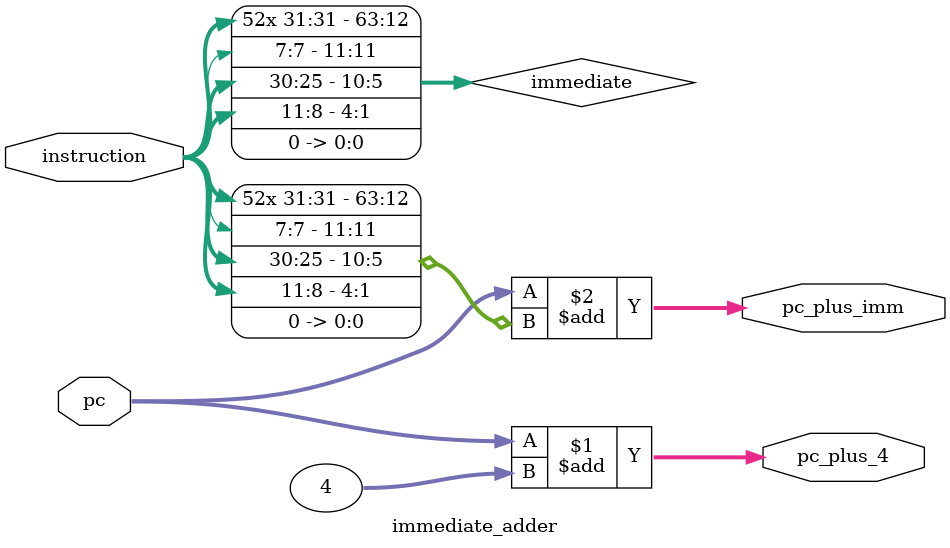
<source format=v>
module immediate_adder(
    input wire [63:0] pc,
    input wire [31:0] instruction,
    output wire [63:0] pc_plus_4,
    output wire [63:0] pc_plus_imm
);

    wire [63:0] immediate;
    assign immediate = {{51{instruction[31]}}, instruction[31], instruction[7], instruction[30:25], instruction[11:8], 1'b0}; // B type

    assign pc_plus_4 = pc + 4;
    assign pc_plus_imm = pc + immediate;
endmodule

</source>
